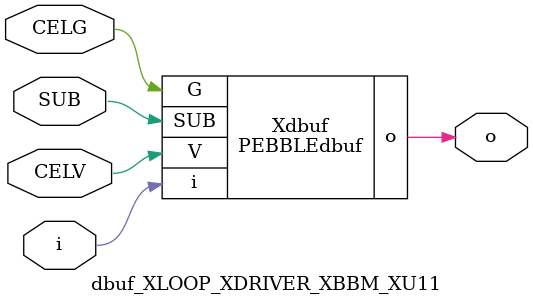
<source format=v>



module PEBBLEdbuf ( o, G, SUB, V, i );

  input V;
  input i;
  input G;
  output o;
  input SUB;
endmodule

//Celera Confidential Do Not Copy dbuf_XLOOP_XDRIVER_XBBM_XU11
//Celera Confidential Symbol Generator
//Digital Buffer
module dbuf_XLOOP_XDRIVER_XBBM_XU11 (CELV,CELG,i,o,SUB);
input CELV;
input CELG;
input i;
input SUB;
output o;

//Celera Confidential Do Not Copy dbuf
PEBBLEdbuf Xdbuf(
.V (CELV),
.i (i),
.o (o),
.SUB (SUB),
.G (CELG)
);
//,diesize,PEBBLEdbuf

//Celera Confidential Do Not Copy Module End
//Celera Schematic Generator
endmodule

</source>
